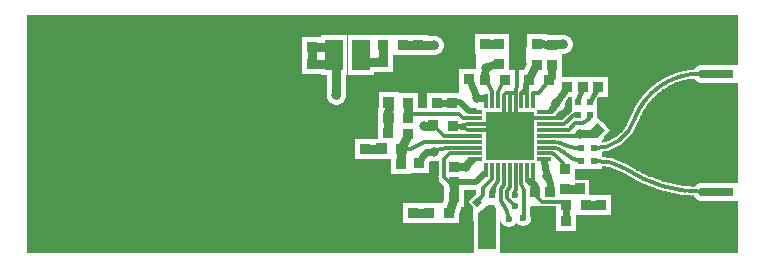
<source format=gbr>
%FSLAX34Y34*%
%MOMM*%
%LNCOPPER_TOP*%
G71*
G01*
%ADD10R,1.100X1.100*%
%ADD11R,1.200X1.200*%
%ADD12R,1.400X1.400*%
%ADD13R,1.700X1.700*%
%ADD14C,1.100*%
%ADD15C,1.300*%
%ADD16R,2.300X3.400*%
%ADD17C,0.700*%
%ADD18C,1.600*%
%ADD19C,1.400*%
%ADD20C,1.400*%
%ADD21C,1.500*%
%ADD22R,2.300X3.800*%
%ADD23C,1.200*%
%ADD24R,2.000X1.100*%
%ADD25R,2.050X1.100*%
%ADD26R,1.100X2.000*%
%ADD27R,1.100X2.050*%
%ADD28R,4.900X4.900*%
%ADD29C,0.800*%
%ADD30C,1.600*%
%ADD31C,0.720*%
%ADD32C,1.120*%
%ADD33C,0.900*%
%ADD34C,0.300*%
%ADD35C,0.100*%
%ADD36R,0.600X0.600*%
%ADD37R,0.900X0.900*%
%ADD38C,0.500*%
%ADD39R,1.500X2.600*%
%ADD40C,0.600*%
%ADD41C,0.800*%
%ADD42C,0.600*%
%ADD43R,1.500X3.000*%
%ADD44C,0.400*%
%ADD45R,1.200X0.300*%
%ADD46R,1.250X0.300*%
%ADD47R,0.300X1.200*%
%ADD48R,0.300X1.250*%
%ADD49R,4.100X4.100*%
%ADD50C,0.320*%
%LPD*%
G36*
X0Y1000000D02*
X602000Y1000000D01*
X602000Y798000D01*
X0Y798000D01*
X0Y1000000D01*
G37*
%LPC*%
X466635Y926219D02*
G54D10*
D03*
X466634Y915119D02*
G54D10*
D03*
X476730Y926229D02*
G54D11*
D03*
X476730Y915129D02*
G54D11*
D03*
X480500Y876000D02*
G54D12*
D03*
X469400Y876000D02*
G54D12*
D03*
X480500Y887000D02*
G54D12*
D03*
X469400Y887000D02*
G54D12*
D03*
G36*
X461200Y860100D02*
X476200Y860100D01*
X476200Y845100D01*
X461200Y845100D01*
X461200Y860100D01*
G37*
X431880Y975104D02*
G54D13*
D03*
X486581Y838604D02*
G54D13*
D03*
G36*
X297680Y920904D02*
X314680Y920904D01*
X314680Y903904D01*
X297680Y903904D01*
X297680Y920904D01*
G37*
X322880Y912304D02*
G54D13*
D03*
X306079Y899404D02*
G54D13*
D03*
X322780Y899304D02*
G54D13*
D03*
X322980Y925604D02*
G54D13*
D03*
G36*
X297980Y934204D02*
X314980Y934204D01*
X314980Y917204D01*
X297980Y917204D01*
X297980Y934204D01*
G37*
G36*
X292080Y894904D02*
X309080Y894905D01*
X309080Y877905D01*
X292080Y877904D01*
X292080Y894904D01*
G37*
G36*
X308780Y894804D02*
X325780Y894805D01*
X325780Y877805D01*
X308780Y877804D01*
X308780Y894804D01*
G37*
X286580Y886405D02*
G54D13*
D03*
X317280Y873305D02*
G54D13*
D03*
X327226Y832457D02*
G54D13*
D03*
G36*
X373962Y841539D02*
X381034Y848609D01*
X388104Y841536D01*
X381032Y834466D01*
X373962Y841539D01*
G37*
X394180Y835858D02*
G54D12*
D03*
X394180Y846958D02*
G54D12*
D03*
X241700Y972500D02*
G54D13*
D03*
G54D14*
X437980Y907504D02*
X448000Y907500D01*
G54D14*
X437980Y902504D02*
X448000Y902500D01*
G54D14*
X437980Y912504D02*
X424000Y912500D01*
G54D14*
X379980Y907504D02*
X394000Y907500D01*
G54D14*
X379980Y902504D02*
X394000Y902500D01*
G54D14*
X437980Y892504D02*
X444000Y892500D01*
G54D14*
X437980Y897504D02*
X466143Y897475D01*
X470300Y898900D01*
X468500Y899300D01*
X483723Y902207D01*
G36*
X473117Y902210D02*
X483726Y912814D01*
X494330Y902204D01*
X483721Y891601D01*
X473117Y902210D01*
G37*
G54D14*
X413980Y873004D02*
X413980Y855980D01*
X413982Y852004D01*
X413900Y849700D01*
G54D14*
X379980Y887504D02*
X356504Y887504D01*
X350386Y886275D01*
X344830Y883298D01*
G54D14*
X379980Y902504D02*
X373500Y902500D01*
G54D14*
X379980Y907504D02*
X373500Y907500D01*
G54D14*
X373500Y907500D02*
X370615Y906269D01*
X363730Y904853D01*
G54D14*
X373500Y902500D02*
X370622Y903595D01*
X363730Y904853D01*
G54D15*
X379980Y918504D02*
X374496Y918504D01*
X366747Y925684D01*
X360380Y925604D01*
X260000Y965500D02*
G54D16*
D03*
X283000Y965500D02*
G54D16*
D03*
X302000Y974000D02*
G54D13*
D03*
X318700Y973900D02*
G54D13*
D03*
G54D17*
X448000Y907500D02*
X455016Y907500D01*
X464634Y916119D01*
X468500Y899300D02*
G54D18*
D03*
X454300Y974800D02*
G54D18*
D03*
X408100Y827300D02*
G54D19*
D03*
X413900Y847700D02*
G54D19*
D03*
X413800Y837900D02*
G54D19*
D03*
X420000Y827600D02*
G54D19*
D03*
X387780Y975004D02*
G54D13*
D03*
X344830Y883298D02*
G54D18*
D03*
G54D20*
X331926Y874507D02*
X334452Y879272D01*
X337974Y883313D01*
X344830Y883298D01*
G54D14*
X469400Y888000D02*
X466500Y887000D01*
G54D14*
G75*
G01X455929Y889599D02*
G03X466634Y887019I10705J20920D01*
G01*
G54D14*
G75*
G01X456070Y889540D02*
G03X444464Y892498I-11441J-20641D01*
G01*
G54D14*
X437980Y887504D02*
X444000Y887500D01*
G54D14*
G75*
G01X455059Y883358D02*
G03X443924Y887499I-10933J-12358D01*
G01*
G54D14*
G75*
G01X455311Y883072D02*
G03X469585Y875815I18823J19357D01*
G01*
G54D21*
X572000Y950000D02*
X595000Y950000D01*
G36*
X595000Y942500D02*
X595000Y957500D01*
X602500Y957500D01*
X602500Y942500D01*
X595000Y942500D01*
G37*
X440600Y863200D02*
G54D18*
D03*
G54D14*
X423980Y868504D02*
X423980Y859520D01*
X426500Y857000D01*
G54D14*
X428980Y868504D02*
X428980Y859480D01*
X426500Y857000D01*
X390000Y816000D02*
G54D22*
D03*
X371975Y871329D02*
G54D18*
D03*
G54D14*
X370600Y872525D02*
X375904Y877504D01*
X379980Y877504D01*
G54D23*
X378021Y877000D02*
X371975Y871329D01*
X389000Y954900D02*
G54D18*
D03*
X347380Y925604D02*
G54D13*
D03*
X336200Y906000D02*
G54D18*
D03*
G54D20*
X361430Y925603D02*
X347380Y925604D01*
X345300Y974000D02*
G54D18*
D03*
X262256Y931891D02*
G54D18*
D03*
X360380Y925604D02*
G54D13*
D03*
G54D14*
X408980Y926504D02*
X408980Y915520D01*
X409500Y915000D01*
G54D14*
X413980Y926504D02*
X413980Y916480D01*
X413500Y916000D01*
X379730Y917504D02*
G54D24*
D03*
X438230Y917504D02*
G54D24*
D03*
X379980Y912504D02*
G54D25*
D03*
X437980Y912504D02*
G54D25*
D03*
X379980Y907504D02*
G54D25*
D03*
X437980Y907504D02*
G54D25*
D03*
X379980Y902504D02*
G54D25*
D03*
X437980Y902504D02*
G54D25*
D03*
X379980Y897504D02*
G54D25*
D03*
X437980Y897504D02*
G54D25*
D03*
X379980Y892504D02*
G54D25*
D03*
X437980Y892504D02*
G54D25*
D03*
X379980Y887504D02*
G54D25*
D03*
X437980Y887504D02*
G54D25*
D03*
X379980Y882504D02*
G54D25*
D03*
X437980Y882504D02*
G54D25*
D03*
X379730Y877504D02*
G54D24*
D03*
X438230Y877504D02*
G54D24*
D03*
X388980Y926754D02*
G54D26*
D03*
X388980Y868254D02*
G54D26*
D03*
X393980Y926504D02*
G54D27*
D03*
X393980Y868504D02*
G54D27*
D03*
X398980Y926504D02*
G54D27*
D03*
X398980Y868504D02*
G54D27*
D03*
X403980Y926504D02*
G54D27*
D03*
X403980Y868504D02*
G54D27*
D03*
X408980Y926504D02*
G54D27*
D03*
X408980Y868504D02*
G54D27*
D03*
X413980Y926504D02*
G54D27*
D03*
X413980Y868504D02*
G54D27*
D03*
X418980Y926504D02*
G54D27*
D03*
X418980Y868504D02*
G54D27*
D03*
X423980Y926504D02*
G54D27*
D03*
X423980Y868504D02*
G54D27*
D03*
X428980Y926754D02*
G54D26*
D03*
X428980Y868254D02*
G54D26*
D03*
X408980Y897504D02*
G54D28*
D03*
X425380Y944604D02*
G54D13*
D03*
X442080Y944504D02*
G54D13*
D03*
X431880Y957404D02*
G54D13*
D03*
X444700Y957700D02*
G54D13*
D03*
X444800Y974400D02*
G54D13*
D03*
X388380Y944704D02*
G54D13*
D03*
X405080Y944604D02*
G54D13*
D03*
X399980Y975004D02*
G54D13*
D03*
X399880Y958304D02*
G54D13*
D03*
X344480Y906204D02*
G54D13*
D03*
X361180Y906104D02*
G54D13*
D03*
G54D14*
X423980Y926504D02*
X423980Y943203D01*
X425380Y944604D01*
G54D14*
X428980Y926504D02*
X428980Y934000D01*
X433500Y934000D01*
X442080Y944504D01*
G54D14*
X418980Y926504D02*
X418980Y934000D01*
X423500Y934000D01*
G54D14*
X398980Y926504D02*
X398980Y934480D01*
X404104Y944604D01*
X405080Y944604D01*
G54D14*
X393980Y926504D02*
X393994Y935470D01*
X388980Y944704D01*
X388380Y944704D01*
G54D21*
X431880Y975104D02*
X444800Y974400D01*
G54D21*
X442080Y944504D02*
X444700Y947124D01*
X444700Y957700D01*
G54D21*
X425380Y944604D02*
X430880Y955104D01*
X431880Y957404D01*
G54D14*
X418980Y934000D02*
X422383Y937403D01*
X422383Y941185D01*
G54D14*
X408980Y926504D02*
X408980Y934000D01*
X413500Y934000D01*
G54D21*
X388380Y944704D02*
X388380Y947804D01*
X388900Y954900D01*
X374780Y945104D02*
G54D13*
D03*
G54D21*
X388900Y954900D02*
X395500Y957000D01*
X399880Y958304D01*
X381400Y929600D02*
G54D18*
D03*
G54D20*
X381400Y929600D02*
X374780Y945104D01*
G54D20*
X381400Y929600D02*
X387188Y929657D01*
X387500Y929492D01*
X471290Y938525D02*
G54D13*
D03*
X483790Y938525D02*
G54D13*
D03*
X448400Y925300D02*
G54D18*
D03*
X457690Y938525D02*
G54D13*
D03*
G54D29*
X467112Y928266D02*
X471290Y938525D01*
G54D29*
X476730Y926229D02*
X483790Y938525D01*
G54D23*
X457690Y938525D02*
X448400Y925300D01*
G54D23*
X448400Y925300D02*
X444098Y919000D01*
G54D21*
X468500Y899300D02*
X482184Y899281D01*
X482485Y900160D01*
X483723Y902207D01*
G54D15*
X468500Y899300D02*
X482485Y900160D01*
G54D14*
X437980Y902504D02*
X459004Y902504D01*
X464500Y908000D01*
X471500Y908000D01*
X476500Y912000D01*
X476730Y915129D01*
G54D30*
X454300Y974800D02*
X445200Y974800D01*
X444800Y974400D01*
X455700Y852700D02*
G54D13*
D03*
X455800Y869400D02*
G54D13*
D03*
X473400Y838600D02*
G54D13*
D03*
X456700Y838700D02*
G54D13*
D03*
X430480Y849904D02*
G54D13*
D03*
G54D14*
X437980Y882504D02*
X444996Y882504D01*
X447362Y881331D01*
X454500Y874000D01*
X443180Y849904D02*
G54D13*
D03*
G54D20*
X440600Y863200D02*
X443180Y857620D01*
X443180Y849904D01*
G54D17*
X430480Y850304D02*
X430480Y847420D01*
X436500Y841400D01*
X453400Y841400D01*
X456700Y839100D01*
G54D30*
X473400Y838600D02*
X486581Y838604D01*
G54D23*
X455700Y852700D02*
X468700Y852600D01*
X455700Y852700D01*
G54D20*
X440600Y863200D02*
X440191Y865609D01*
X438191Y875964D01*
G54D20*
X430480Y849904D02*
X430480Y855020D01*
X427500Y858000D01*
G54D14*
X403980Y926504D02*
X403980Y914480D01*
X403500Y914000D01*
G54D30*
X387780Y975004D02*
X399980Y975004D01*
G54D21*
X572000Y850000D02*
X595000Y850000D01*
G36*
X595000Y842500D02*
X595000Y857500D01*
X602500Y857500D01*
X602500Y842500D01*
X595000Y842500D01*
G37*
G54D31*
G75*
G01X570000Y950000D02*
G03X514665Y911469I0J-59000D01*
G01*
G54D31*
G75*
G01X480219Y886772D02*
G03X514715Y911651I620J35495D01*
G01*
G54D31*
G75*
G01X506700Y869715D02*
G03X572618Y850002I65300J98285D01*
G01*
G54D31*
G75*
G01X506578Y869800D02*
G03X481613Y876186I-23298J-39083D01*
G01*
G54D32*
X425000Y860000D02*
X428000Y860000D01*
G54D14*
X420000Y827600D02*
X421404Y829004D01*
X421404Y851841D01*
X419017Y856556D01*
X418980Y856593D01*
X418980Y868504D01*
G54D14*
X413800Y837900D02*
X411673Y839768D01*
X406390Y844596D01*
X406390Y850332D01*
X409000Y854000D01*
X408980Y866504D01*
G54D14*
X403980Y866504D02*
X404000Y857000D01*
X404000Y855834D01*
X401344Y852191D01*
X401343Y841929D01*
X405960Y835703D01*
X408100Y827300D01*
G54D14*
X394180Y846958D02*
X394180Y851180D01*
X399000Y859000D01*
X399000Y866484D01*
X398980Y866504D01*
G54D20*
X394180Y835858D02*
X394180Y828180D01*
X394000Y828000D01*
G36*
X384003Y830970D02*
X391243Y837363D01*
X395000Y837000D01*
X395998Y830984D01*
X385000Y830000D01*
X384003Y830970D01*
G37*
G54D14*
X384003Y830970D02*
X391243Y837363D01*
X395000Y837000D01*
X395998Y830984D01*
X385000Y830000D01*
X384003Y830970D01*
G36*
X391691Y849944D02*
X395328Y854951D01*
X396689Y855259D01*
X396681Y849949D01*
X391691Y849944D01*
G37*
G54D33*
X391691Y849944D02*
X395328Y854951D01*
X396689Y855259D01*
X396681Y849949D01*
X391691Y849944D01*
G54D14*
X393980Y868304D02*
X393980Y860780D01*
X388000Y854800D01*
G54D33*
X381033Y841338D02*
X386719Y847024D01*
X386719Y853215D01*
X388000Y854800D01*
X361780Y871154D02*
G54D13*
D03*
X361780Y858404D02*
G54D13*
D03*
X361780Y845654D02*
G54D13*
D03*
G54D21*
X371975Y871329D02*
X361780Y871154D01*
G54D33*
X353500Y862500D02*
X353500Y875500D01*
G54D33*
X353500Y875500D02*
X353500Y877750D01*
X358254Y882504D01*
X379980Y882504D01*
G54D14*
X353500Y862500D02*
X357596Y858404D01*
X361780Y858404D01*
G54D30*
X361780Y858404D02*
X361780Y845654D01*
G54D15*
X361780Y858404D02*
X380154Y858404D01*
X387000Y865250D01*
X388000Y866250D01*
G54D33*
X386512Y867583D02*
X387929Y869000D01*
X388000Y869000D01*
X357400Y832350D02*
G54D13*
D03*
X340700Y832450D02*
G54D13*
D03*
G54D30*
X327226Y832457D02*
X327233Y832450D01*
X340700Y832450D01*
G54D30*
X357400Y832350D02*
X361780Y845654D01*
X331926Y874507D02*
G54D13*
D03*
G54D14*
X379980Y897504D02*
X353180Y897504D01*
X344480Y906204D01*
G54D14*
X379980Y892504D02*
X336375Y892505D01*
X325814Y886346D01*
X317280Y886304D01*
G54D30*
X336200Y906000D02*
X344277Y906000D01*
X344480Y906204D01*
G54D14*
X379980Y912504D02*
X369672Y912504D01*
X365844Y916263D01*
X352002Y916263D01*
G54D14*
X352002Y916263D02*
X323263Y916263D01*
X323000Y916000D01*
G54D30*
X317280Y886304D02*
X322780Y899304D01*
G54D30*
X317280Y873305D02*
X317280Y886304D01*
G54D30*
X306180Y912404D02*
X306079Y899404D01*
G54D30*
X306180Y912404D02*
X306480Y925704D01*
G54D30*
X322980Y925604D02*
X322880Y912304D01*
G54D30*
X300580Y886405D02*
X286580Y886405D01*
G36*
X314000Y906000D02*
X358946Y906000D01*
X358946Y877386D01*
X314000Y877386D01*
X314000Y906000D01*
G37*
G54D34*
X314000Y906000D02*
X358946Y906000D01*
X358946Y877386D01*
X314000Y877386D01*
X314000Y906000D01*
G36*
X367000Y885000D02*
X386000Y885000D01*
X386000Y861000D01*
X367000Y861000D01*
X367000Y885000D01*
G37*
G54D34*
X367000Y885000D02*
X386000Y885000D01*
X386000Y861000D01*
X367000Y861000D01*
X367000Y885000D01*
G36*
X385000Y915000D02*
X367775Y915000D01*
X367775Y940673D01*
X385000Y940673D01*
X385000Y915000D01*
G37*
G54D34*
X385000Y915000D02*
X367775Y915000D01*
X367775Y940673D01*
X385000Y940673D01*
X385000Y915000D01*
G36*
X440000Y960000D02*
X424883Y960000D01*
X424883Y971533D01*
X440000Y971533D01*
X440000Y960000D01*
G37*
G54D34*
X440000Y960000D02*
X424883Y960000D01*
X424883Y971533D01*
X440000Y971533D01*
X440000Y960000D01*
G36*
X425380Y944604D02*
X451000Y944604D01*
X451000Y920000D01*
X425380Y920000D01*
X425380Y944604D01*
G37*
G54D34*
X425380Y944604D02*
X451000Y944604D01*
X451000Y920000D01*
X425380Y920000D01*
X425380Y944604D01*
G36*
X423579Y847868D02*
X449044Y847868D01*
X449044Y839258D01*
X423579Y839258D01*
X423579Y847868D01*
G37*
G54D34*
X423579Y847868D02*
X449044Y847868D01*
X449044Y839258D01*
X423579Y839258D01*
X423579Y847868D01*
G36*
X390060Y826243D02*
X380006Y826243D01*
X380006Y838430D01*
X390060Y838430D01*
X390060Y826243D01*
G37*
G54D34*
X390060Y826243D02*
X380006Y826243D01*
X380006Y838430D01*
X390060Y838430D01*
X390060Y826243D01*
G36*
X386719Y847024D02*
X382339Y847024D01*
X382339Y853708D01*
X386719Y853708D01*
X386719Y847024D01*
G37*
G54D34*
X386719Y847024D02*
X382339Y847024D01*
X382339Y853708D01*
X386719Y853708D01*
X386719Y847024D01*
X241700Y958500D02*
G54D13*
D03*
X301400Y960000D02*
G54D13*
D03*
X331700Y973900D02*
G54D13*
D03*
G54D30*
X262256Y931891D02*
X262256Y963244D01*
X260000Y965500D01*
G54D30*
X241700Y972500D02*
X241700Y958500D01*
X260500Y958500D01*
X261000Y958000D01*
G54D30*
X241700Y972500D02*
X258500Y972500D01*
X259000Y972000D01*
G54D30*
X283000Y960000D02*
X301400Y960000D01*
X301400Y973400D01*
X302000Y974000D01*
G54D30*
X318700Y973900D02*
X333700Y973900D01*
G54D30*
X345300Y974000D02*
X333800Y974000D01*
X333700Y973900D01*
G36*
X388380Y947804D02*
X393000Y947804D01*
X393000Y953000D01*
X388380Y953000D01*
X388380Y947804D01*
G37*
G54D35*
X388380Y947804D02*
X393000Y947804D01*
X393000Y953000D01*
X388380Y953000D01*
X388380Y947804D01*
G36*
X401000Y940000D02*
X380567Y940000D01*
X380567Y973310D01*
X401000Y973310D01*
X401000Y940000D01*
G37*
G54D35*
X401000Y940000D02*
X380567Y940000D01*
X380567Y973310D01*
X401000Y973310D01*
X401000Y940000D01*
G36*
X438230Y877504D02*
X453000Y877504D01*
X453000Y858000D01*
X438230Y858000D01*
X438230Y877504D01*
G37*
G54D35*
X438230Y877504D02*
X453000Y877504D01*
X453000Y858000D01*
X438230Y858000D01*
X438230Y877504D01*
G36*
X473000Y913000D02*
X461660Y913000D01*
X461660Y927867D01*
X473000Y927867D01*
X473000Y913000D01*
G37*
G54D35*
X473000Y913000D02*
X461660Y913000D01*
X461660Y927867D01*
X473000Y927867D01*
X473000Y913000D01*
G36*
X480637Y915202D02*
X484738Y911102D01*
X480162Y906525D01*
X476061Y910626D01*
X480637Y915202D01*
G37*
G54D35*
X480637Y915202D02*
X484738Y911102D01*
X480162Y906525D01*
X476061Y910626D01*
X480637Y915202D01*
G36*
X441000Y953000D02*
X452676Y953000D01*
X452676Y940482D01*
X441000Y940482D01*
X441000Y953000D01*
G37*
G54D35*
X441000Y953000D02*
X452676Y953000D01*
X452676Y940482D01*
X441000Y940482D01*
X441000Y953000D01*
G54D14*
X408980Y934000D02*
X406000Y934000D01*
X404000Y932000D01*
X456581Y825604D02*
G54D13*
D03*
G54D20*
X456581Y825604D02*
X456581Y838580D01*
X456700Y838700D01*
%LPD*%
X466635Y926219D02*
G54D36*
D03*
X466634Y915119D02*
G54D36*
D03*
X476730Y926229D02*
G54D36*
D03*
X476730Y915129D02*
G54D36*
D03*
X480500Y876000D02*
G54D36*
D03*
X469400Y876000D02*
G54D36*
D03*
X480500Y887000D02*
G54D36*
D03*
X469400Y887000D02*
G54D36*
D03*
G36*
X464200Y857100D02*
X473200Y857100D01*
X473200Y848100D01*
X464200Y848100D01*
X464200Y857100D01*
G37*
X485400Y852500D02*
G54D37*
D03*
X415180Y975204D02*
G54D37*
D03*
X431880Y975104D02*
G54D37*
D03*
X486581Y838604D02*
G54D37*
D03*
X503281Y838503D02*
G54D37*
D03*
G36*
X301680Y916904D02*
X310680Y916904D01*
X310680Y907904D01*
X301680Y907904D01*
X301680Y916904D01*
G37*
X322880Y912304D02*
G54D37*
D03*
X306079Y899404D02*
G54D37*
D03*
X322780Y899304D02*
G54D37*
D03*
X323080Y942304D02*
G54D37*
D03*
X322980Y925604D02*
G54D37*
D03*
G36*
X285280Y930304D02*
X294280Y930304D01*
X294280Y921304D01*
X285280Y921304D01*
X285280Y930304D01*
G37*
G36*
X301980Y930204D02*
X310980Y930204D01*
X310980Y921204D01*
X301980Y921204D01*
X301980Y930204D01*
G37*
G36*
X296080Y890904D02*
X305080Y890905D01*
X305080Y881905D01*
X296080Y881904D01*
X296080Y890904D01*
G37*
G36*
X312780Y890804D02*
X321780Y890805D01*
X321780Y881805D01*
X312780Y881804D01*
X312780Y890804D01*
G37*
G36*
X265379Y891004D02*
X274379Y891005D01*
X274380Y882005D01*
X265380Y882004D01*
X265379Y891004D01*
G37*
X286580Y886405D02*
G54D37*
D03*
G36*
X296080Y877904D02*
X305080Y877905D01*
X305080Y868905D01*
X296080Y868904D01*
X296080Y877904D01*
G37*
X317280Y873305D02*
G54D37*
D03*
X327226Y832457D02*
G54D37*
D03*
X310526Y832557D02*
G54D37*
D03*
G36*
X368942Y833689D02*
X373185Y837931D01*
X377427Y833688D01*
X373183Y829446D01*
X368942Y833689D01*
G37*
G36*
X376790Y841538D02*
X381034Y845780D01*
X385276Y841537D01*
X381032Y837295D01*
X376790Y841538D01*
G37*
X394180Y835858D02*
G54D36*
D03*
X394180Y846958D02*
G54D36*
D03*
G36*
X220500Y977100D02*
X229500Y977100D01*
X229500Y968100D01*
X220500Y968100D01*
X220500Y977100D01*
G37*
X241700Y972500D02*
G54D37*
D03*
G54D34*
X437980Y907504D02*
X448000Y907500D01*
G54D34*
X437980Y902504D02*
X448000Y902500D01*
G54D34*
X437980Y912504D02*
X424000Y912500D01*
G54D34*
X379980Y907504D02*
X394000Y907500D01*
G54D34*
X379980Y902504D02*
X394000Y902500D01*
G54D34*
X437980Y892504D02*
X444000Y892500D01*
G54D34*
X437980Y897504D02*
X466143Y897475D01*
X470300Y898900D01*
X468500Y899300D01*
X483723Y902207D01*
G36*
X477359Y902209D02*
X483725Y908571D01*
X490087Y902206D01*
X483722Y895843D01*
X477359Y902209D01*
G37*
G36*
X489239Y913945D02*
X495603Y920309D01*
X501967Y913945D01*
X495603Y907581D01*
X489239Y913945D01*
G37*
G54D34*
X437980Y912504D02*
X447000Y912500D01*
G54D34*
X413980Y873004D02*
X413980Y855980D01*
X413982Y852004D01*
X413900Y849700D01*
G54D34*
X379980Y887504D02*
X356504Y887504D01*
X350386Y886275D01*
X344830Y883298D01*
G54D34*
X379980Y902504D02*
X373500Y902500D01*
G54D34*
X379980Y907504D02*
X373500Y907500D01*
G54D34*
X373500Y907500D02*
X370615Y906269D01*
X363730Y904853D01*
G54D34*
X373500Y902500D02*
X370622Y903595D01*
X363730Y904853D01*
G54D38*
X379980Y918504D02*
X374496Y918504D01*
X366747Y925684D01*
X360380Y925604D01*
X260000Y965500D02*
G54D39*
D03*
X283000Y965500D02*
G54D39*
D03*
X302000Y974000D02*
G54D37*
D03*
X318700Y973900D02*
G54D37*
D03*
X394019Y912595D02*
G54D40*
D03*
X400019Y912595D02*
G54D40*
D03*
X406019Y912595D02*
G54D40*
D03*
X412019Y912595D02*
G54D40*
D03*
X394019Y906595D02*
G54D40*
D03*
X400019Y906595D02*
G54D40*
D03*
X406019Y906595D02*
G54D40*
D03*
X412019Y906595D02*
G54D40*
D03*
X394019Y900595D02*
G54D40*
D03*
X400019Y900595D02*
G54D40*
D03*
X406019Y900595D02*
G54D40*
D03*
X412019Y900595D02*
G54D40*
D03*
X394019Y894595D02*
G54D40*
D03*
X400019Y894595D02*
G54D40*
D03*
X406019Y894595D02*
G54D40*
D03*
X412019Y894595D02*
G54D40*
D03*
X418019Y912595D02*
G54D40*
D03*
X424019Y912595D02*
G54D40*
D03*
X418019Y906595D02*
G54D40*
D03*
X424019Y906595D02*
G54D40*
D03*
X418019Y900595D02*
G54D40*
D03*
X424019Y900595D02*
G54D40*
D03*
X418019Y894595D02*
G54D40*
D03*
X424019Y894595D02*
G54D40*
D03*
X394019Y888595D02*
G54D40*
D03*
X400019Y888595D02*
G54D40*
D03*
X406019Y888595D02*
G54D40*
D03*
X412019Y888595D02*
G54D40*
D03*
X394019Y882595D02*
G54D40*
D03*
X400019Y882595D02*
G54D40*
D03*
X406019Y882595D02*
G54D40*
D03*
X412019Y882595D02*
G54D40*
D03*
X418019Y888595D02*
G54D40*
D03*
X424019Y888595D02*
G54D40*
D03*
X418019Y882595D02*
G54D40*
D03*
X424019Y882595D02*
G54D40*
D03*
X452364Y914113D02*
G54D40*
D03*
G54D34*
X447000Y912500D02*
X452751Y912500D01*
X452364Y914113D01*
G54D34*
X448000Y907500D02*
X455016Y907500D01*
X464634Y916119D01*
X485864Y915113D02*
G54D40*
D03*
X485864Y921113D02*
G54D40*
D03*
X485864Y927113D02*
G54D40*
D03*
X495357Y932076D02*
G54D40*
D03*
X495396Y938314D02*
G54D40*
D03*
X491774Y926878D02*
G54D40*
D03*
X468500Y899300D02*
G54D41*
D03*
X454300Y974800D02*
G54D41*
D03*
X408100Y827300D02*
G54D40*
D03*
X413900Y847700D02*
G54D40*
D03*
X413800Y837900D02*
G54D40*
D03*
X420000Y827600D02*
G54D40*
D03*
X371080Y975104D02*
G54D37*
D03*
X387780Y975004D02*
G54D37*
D03*
X344830Y883298D02*
G54D41*
D03*
G54D42*
X331926Y874507D02*
X334452Y879272D01*
X337974Y883313D01*
X344830Y883298D01*
G54D21*
X8000Y991900D02*
X593601Y992123D01*
G36*
X7997Y999400D02*
X8003Y984400D01*
X503Y984397D01*
X497Y999397D01*
X7997Y999400D01*
G37*
G36*
X593604Y984623D02*
X593598Y999623D01*
X601098Y999625D01*
X601104Y984625D01*
X593604Y984623D01*
G37*
G54D21*
X410002Y805897D02*
X593605Y805900D01*
G36*
X410002Y813397D02*
X410002Y798397D01*
X402502Y798397D01*
X402502Y813397D01*
X410002Y813397D01*
G37*
G36*
X593605Y798400D02*
X593605Y813400D01*
X601105Y813400D01*
X601105Y798400D01*
X593605Y798400D01*
G37*
G54D34*
X469400Y888000D02*
X466500Y887000D01*
G54D34*
G75*
G01X455929Y889599D02*
G03X466634Y887019I10705J20920D01*
G01*
G54D34*
G75*
G01X456070Y889540D02*
G03X444464Y892498I-11441J-20641D01*
G01*
G54D34*
X437980Y887504D02*
X444000Y887500D01*
G54D34*
G75*
G01X455059Y883358D02*
G03X443924Y887499I-10933J-12358D01*
G01*
G54D34*
G75*
G01X455311Y883072D02*
G03X469585Y875815I18823J19357D01*
G01*
G54D17*
X572000Y950000D02*
X595000Y950000D01*
G36*
X595000Y946500D02*
X595000Y953500D01*
X598500Y953500D01*
X598500Y946500D01*
X595000Y946500D01*
G37*
G54D21*
X593700Y969000D02*
X593700Y983000D01*
G36*
X586200Y969000D02*
X601200Y969000D01*
X601200Y961500D01*
X586200Y961500D01*
X586200Y969000D01*
G37*
G36*
X601200Y983000D02*
X586200Y983000D01*
X586200Y990500D01*
X601200Y990500D01*
X601200Y983000D01*
G37*
G54D21*
X593750Y869000D02*
X593750Y931000D01*
G36*
X586250Y869000D02*
X601250Y869000D01*
X601250Y861500D01*
X586250Y861500D01*
X586250Y869000D01*
G37*
G36*
X601250Y931000D02*
X586250Y931000D01*
X586250Y938500D01*
X601250Y938500D01*
X601250Y931000D01*
G37*
G54D21*
X593850Y817000D02*
X593850Y831000D01*
G36*
X586350Y817000D02*
X601350Y817000D01*
X601350Y809500D01*
X586350Y809500D01*
X586350Y817000D01*
G37*
G36*
X601350Y831000D02*
X586350Y831000D01*
X586350Y838500D01*
X601350Y838500D01*
X601350Y831000D01*
G37*
X493084Y881954D02*
G54D40*
D03*
X498814Y884192D02*
G54D40*
D03*
X504176Y887167D02*
G54D40*
D03*
X509079Y890862D02*
G54D40*
D03*
X513331Y895238D02*
G54D40*
D03*
X516906Y900134D02*
G54D40*
D03*
X519682Y905619D02*
G54D40*
D03*
X521925Y911318D02*
G54D40*
D03*
X524574Y916790D02*
G54D40*
D03*
X527901Y921917D02*
G54D40*
D03*
X531720Y926693D02*
G54D40*
D03*
X536093Y930911D02*
G54D40*
D03*
X540948Y934548D02*
G54D40*
D03*
X546146Y937618D02*
G54D40*
D03*
X551718Y940056D02*
G54D40*
D03*
X557516Y941841D02*
G54D40*
D03*
X563530Y942901D02*
G54D40*
D03*
X574514Y939183D02*
G54D40*
D03*
X580836Y939216D02*
G54D40*
D03*
X586961Y939348D02*
G54D40*
D03*
X593255Y939269D02*
G54D40*
D03*
X593322Y927339D02*
G54D40*
D03*
X573542Y960664D02*
G54D40*
D03*
X579631Y960656D02*
G54D40*
D03*
X585776Y960716D02*
G54D40*
D03*
X591966Y960751D02*
G54D40*
D03*
X595437Y965817D02*
G54D40*
D03*
X576584Y966053D02*
G54D40*
D03*
X582920Y966438D02*
G54D40*
D03*
X502401Y879253D02*
G54D40*
D03*
X513022Y873567D02*
G54D40*
D03*
X571905Y860641D02*
G54D40*
D03*
X577969Y860618D02*
G54D40*
D03*
X584001Y860624D02*
G54D40*
D03*
X590039Y860630D02*
G54D40*
D03*
X596080Y860618D02*
G54D40*
D03*
X594379Y866464D02*
G54D40*
D03*
X593873Y872464D02*
G54D40*
D03*
X593873Y879164D02*
G54D40*
D03*
X593873Y885264D02*
G54D40*
D03*
X593873Y892264D02*
G54D40*
D03*
X593873Y899264D02*
G54D40*
D03*
X593873Y906264D02*
G54D40*
D03*
X593873Y913264D02*
G54D40*
D03*
X593873Y920264D02*
G54D40*
D03*
X507867Y876704D02*
G54D40*
D03*
X576094Y866337D02*
G54D40*
D03*
X582104Y866352D02*
G54D40*
D03*
X588311Y866381D02*
G54D40*
D03*
X485640Y865805D02*
G54D40*
D03*
X491022Y868743D02*
G54D40*
D03*
X493272Y850445D02*
G54D40*
D03*
X570833Y839566D02*
G54D40*
D03*
X576854Y839341D02*
G54D40*
D03*
X582913Y839312D02*
G54D40*
D03*
X589016Y839337D02*
G54D40*
D03*
X595117Y839384D02*
G54D40*
D03*
X573597Y834213D02*
G54D40*
D03*
X579844Y834102D02*
G54D40*
D03*
X585989Y834006D02*
G54D40*
D03*
X592020Y834168D02*
G54D40*
D03*
X467610Y865896D02*
G54D40*
D03*
X479616Y865896D02*
G54D40*
D03*
X473587Y865871D02*
G54D40*
D03*
X579873Y921264D02*
G54D40*
D03*
X567873Y921264D02*
G54D40*
D03*
X554873Y921264D02*
G54D40*
D03*
X554873Y908264D02*
G54D40*
D03*
X567873Y908264D02*
G54D40*
D03*
X579873Y908264D02*
G54D40*
D03*
X554873Y895264D02*
G54D40*
D03*
X567873Y895264D02*
G54D40*
D03*
X579873Y895264D02*
G54D40*
D03*
X579873Y881264D02*
G54D40*
D03*
X567628Y881609D02*
G54D40*
D03*
X554873Y881264D02*
G54D40*
D03*
X540873Y881264D02*
G54D40*
D03*
X540873Y895264D02*
G54D40*
D03*
X541873Y908264D02*
G54D40*
D03*
X547873Y874264D02*
G54D40*
D03*
X561873Y873264D02*
G54D40*
D03*
X573873Y872264D02*
G54D40*
D03*
X584873Y872264D02*
G54D40*
D03*
X466373Y972264D02*
G54D40*
D03*
X499373Y965264D02*
G54D40*
D03*
X511373Y959264D02*
G54D40*
D03*
X525873Y968264D02*
G54D40*
D03*
X547873Y976264D02*
G54D40*
D03*
X570873Y977264D02*
G54D40*
D03*
X582438Y977273D02*
G54D40*
D03*
X521873Y980264D02*
G54D40*
D03*
X501873Y978264D02*
G54D40*
D03*
X467873Y979264D02*
G54D40*
D03*
X483873Y979264D02*
G54D40*
D03*
X474373Y979264D02*
G54D40*
D03*
X475087Y972058D02*
G54D40*
D03*
X492373Y972264D02*
G54D40*
D03*
X486690Y964926D02*
G54D40*
D03*
X513310Y969628D02*
G54D40*
D03*
X535873Y979264D02*
G54D40*
D03*
X440600Y863200D02*
G54D41*
D03*
G54D34*
X423980Y868504D02*
X423980Y859520D01*
X426500Y857000D01*
G54D34*
X428980Y868504D02*
X428980Y859480D01*
X426500Y857000D01*
X498995Y852679D02*
G54D40*
D03*
X512761Y836608D02*
G54D40*
D03*
X390000Y816000D02*
G54D43*
D03*
G54D21*
X7900Y806050D02*
X370005Y806050D01*
G36*
X7900Y813550D02*
X7900Y798550D01*
X400Y798550D01*
X400Y813550D01*
X7900Y813550D01*
G37*
G36*
X370005Y798550D02*
X370005Y813550D01*
X377505Y813550D01*
X377505Y798550D01*
X370005Y798550D01*
G37*
X368605Y806050D02*
G54D40*
D03*
X361046Y806502D02*
G54D40*
D03*
X371975Y871329D02*
G54D41*
D03*
G54D34*
X370600Y872525D02*
X375904Y877504D01*
X379980Y877504D01*
G54D44*
X378021Y877000D02*
X371975Y871329D01*
X404542Y817820D02*
G54D40*
D03*
X404619Y805042D02*
G54D40*
D03*
X416729Y806012D02*
G54D40*
D03*
X426729Y806512D02*
G54D40*
D03*
X436729Y806512D02*
G54D40*
D03*
X446729Y806512D02*
G54D40*
D03*
X456729Y806512D02*
G54D40*
D03*
X466729Y806512D02*
G54D40*
D03*
X476729Y806512D02*
G54D40*
D03*
X486729Y806512D02*
G54D40*
D03*
X496729Y806512D02*
G54D40*
D03*
X506729Y806512D02*
G54D40*
D03*
X516729Y806512D02*
G54D40*
D03*
X526729Y806512D02*
G54D40*
D03*
X536729Y806512D02*
G54D40*
D03*
X546729Y806512D02*
G54D40*
D03*
X556729Y806512D02*
G54D40*
D03*
X566729Y806512D02*
G54D40*
D03*
X576729Y806512D02*
G54D40*
D03*
X586729Y806512D02*
G54D40*
D03*
X593600Y827000D02*
G54D40*
D03*
X593600Y817000D02*
G54D40*
D03*
X593600Y807000D02*
G54D40*
D03*
X536729Y991512D02*
G54D40*
D03*
X546729Y991512D02*
G54D40*
D03*
X556729Y991512D02*
G54D40*
D03*
X566729Y991512D02*
G54D40*
D03*
X576729Y991512D02*
G54D40*
D03*
X586729Y991512D02*
G54D40*
D03*
X593601Y991622D02*
G54D40*
D03*
X593601Y981622D02*
G54D40*
D03*
X593601Y971623D02*
G54D40*
D03*
X476729Y991512D02*
G54D40*
D03*
X486729Y991512D02*
G54D40*
D03*
X496729Y991512D02*
G54D40*
D03*
X506729Y991512D02*
G54D40*
D03*
X516729Y991512D02*
G54D40*
D03*
X526729Y991512D02*
G54D40*
D03*
X416729Y991512D02*
G54D40*
D03*
X426729Y991512D02*
G54D40*
D03*
X436729Y991512D02*
G54D40*
D03*
X446729Y991512D02*
G54D40*
D03*
X456729Y991512D02*
G54D40*
D03*
X466729Y991512D02*
G54D40*
D03*
X356729Y991512D02*
G54D40*
D03*
X366729Y991512D02*
G54D40*
D03*
X376729Y991512D02*
G54D40*
D03*
X386729Y991512D02*
G54D40*
D03*
X396729Y991512D02*
G54D40*
D03*
X406729Y991512D02*
G54D40*
D03*
X296729Y991512D02*
G54D40*
D03*
X306729Y991512D02*
G54D40*
D03*
X316729Y991512D02*
G54D40*
D03*
X326729Y991512D02*
G54D40*
D03*
X336729Y991512D02*
G54D40*
D03*
X346729Y991512D02*
G54D40*
D03*
X236729Y991512D02*
G54D40*
D03*
X246729Y991512D02*
G54D40*
D03*
X256729Y991512D02*
G54D40*
D03*
X266729Y991512D02*
G54D40*
D03*
X276729Y991512D02*
G54D40*
D03*
X286729Y991512D02*
G54D40*
D03*
X176729Y991512D02*
G54D40*
D03*
X186729Y991512D02*
G54D40*
D03*
X196729Y991512D02*
G54D40*
D03*
X206729Y991512D02*
G54D40*
D03*
X216729Y991512D02*
G54D40*
D03*
X226729Y991512D02*
G54D40*
D03*
X301729Y806512D02*
G54D40*
D03*
X311729Y806512D02*
G54D40*
D03*
X321729Y806512D02*
G54D40*
D03*
X331729Y806512D02*
G54D40*
D03*
X341729Y806512D02*
G54D40*
D03*
X351729Y806512D02*
G54D40*
D03*
X241729Y806512D02*
G54D40*
D03*
X251729Y806512D02*
G54D40*
D03*
X261729Y806512D02*
G54D40*
D03*
X271729Y806512D02*
G54D40*
D03*
X281729Y806512D02*
G54D40*
D03*
X291729Y806512D02*
G54D40*
D03*
X181729Y806512D02*
G54D40*
D03*
X191729Y806512D02*
G54D40*
D03*
X201729Y806512D02*
G54D40*
D03*
X211729Y806512D02*
G54D40*
D03*
X221729Y806512D02*
G54D40*
D03*
X231729Y806512D02*
G54D40*
D03*
X389000Y954900D02*
G54D41*
D03*
X347480Y942304D02*
G54D37*
D03*
X347380Y925604D02*
G54D37*
D03*
X336200Y906000D02*
G54D41*
D03*
G54D42*
X361430Y925603D02*
X347380Y925604D01*
X345300Y974000D02*
G54D41*
D03*
X241788Y941977D02*
G54D40*
D03*
X241788Y918877D02*
G54D40*
D03*
X241788Y895777D02*
G54D40*
D03*
X241823Y874578D02*
G54D40*
D03*
X241751Y853579D02*
G54D40*
D03*
X241752Y832079D02*
G54D40*
D03*
X241756Y843191D02*
G54D40*
D03*
X241756Y864091D02*
G54D40*
D03*
X241756Y884991D02*
G54D40*
D03*
X241756Y905891D02*
G54D40*
D03*
X241756Y931891D02*
G54D40*
D03*
X235288Y918877D02*
G54D40*
D03*
X229288Y918877D02*
G54D40*
D03*
X223288Y918877D02*
G54D40*
D03*
X248288Y918877D02*
G54D40*
D03*
X209438Y918877D02*
G54D40*
D03*
X216150Y918950D02*
G54D40*
D03*
X262256Y931891D02*
G54D41*
D03*
G54D21*
X8000Y991900D02*
X8000Y806050D01*
X7900Y806050D01*
X121729Y806512D02*
G54D40*
D03*
X131729Y806512D02*
G54D40*
D03*
X141729Y806512D02*
G54D40*
D03*
X151729Y806512D02*
G54D40*
D03*
X161729Y806512D02*
G54D40*
D03*
X171729Y806512D02*
G54D40*
D03*
X61729Y806512D02*
G54D40*
D03*
X71729Y806512D02*
G54D40*
D03*
X81729Y806512D02*
G54D40*
D03*
X91729Y806512D02*
G54D40*
D03*
X101729Y806512D02*
G54D40*
D03*
X111729Y806512D02*
G54D40*
D03*
X8229Y981512D02*
G54D40*
D03*
X8229Y971512D02*
G54D40*
D03*
X8229Y961512D02*
G54D40*
D03*
X8229Y951512D02*
G54D40*
D03*
X8229Y941512D02*
G54D40*
D03*
X8229Y931512D02*
G54D40*
D03*
X116729Y991512D02*
G54D40*
D03*
X126729Y991512D02*
G54D40*
D03*
X136729Y991512D02*
G54D40*
D03*
X146729Y991512D02*
G54D40*
D03*
X156729Y991512D02*
G54D40*
D03*
X166729Y991512D02*
G54D40*
D03*
X56729Y991512D02*
G54D40*
D03*
X66729Y991512D02*
G54D40*
D03*
X76729Y991512D02*
G54D40*
D03*
X86729Y991512D02*
G54D40*
D03*
X96729Y991512D02*
G54D40*
D03*
X106729Y991512D02*
G54D40*
D03*
X8229Y990012D02*
G54D40*
D03*
X16729Y991512D02*
G54D40*
D03*
X26729Y991512D02*
G54D40*
D03*
X36729Y991512D02*
G54D40*
D03*
X46729Y991512D02*
G54D40*
D03*
X11729Y806512D02*
G54D40*
D03*
X21729Y806512D02*
G54D40*
D03*
X31729Y806512D02*
G54D40*
D03*
X41729Y806512D02*
G54D40*
D03*
X51729Y806512D02*
G54D40*
D03*
X8229Y921512D02*
G54D40*
D03*
X8229Y911512D02*
G54D40*
D03*
X8229Y901512D02*
G54D40*
D03*
X8229Y891512D02*
G54D40*
D03*
X8229Y881512D02*
G54D40*
D03*
X8229Y871512D02*
G54D40*
D03*
X8229Y861512D02*
G54D40*
D03*
X8229Y851512D02*
G54D40*
D03*
X8229Y841512D02*
G54D40*
D03*
X8229Y831512D02*
G54D40*
D03*
X8229Y821512D02*
G54D40*
D03*
X8229Y813012D02*
G54D40*
D03*
X178288Y853150D02*
G54D40*
D03*
X187812Y853150D02*
G54D40*
D03*
X197338Y853150D02*
G54D40*
D03*
X203688Y827388D02*
G54D40*
D03*
X210038Y821038D02*
G54D40*
D03*
X216388Y816275D02*
G54D40*
D03*
X176700Y816275D02*
G54D40*
D03*
X187812Y816275D02*
G54D40*
D03*
X197338Y816275D02*
G54D40*
D03*
X205275Y816275D02*
G54D40*
D03*
X168762Y840088D02*
G54D40*
D03*
X168762Y856788D02*
G54D40*
D03*
X168762Y867075D02*
G54D40*
D03*
X168762Y878188D02*
G54D40*
D03*
X168762Y889300D02*
G54D40*
D03*
X168762Y897238D02*
G54D40*
D03*
X168762Y903588D02*
G54D40*
D03*
X165300Y918700D02*
G54D40*
D03*
X168762Y913112D02*
G54D40*
D03*
X168762Y924225D02*
G54D40*
D03*
X168762Y933750D02*
G54D40*
D03*
X168762Y944862D02*
G54D40*
D03*
X179875Y946500D02*
G54D40*
D03*
X189988Y946500D02*
G54D40*
D03*
X200512Y946500D02*
G54D40*
D03*
X206862Y971850D02*
G54D40*
D03*
X215212Y981200D02*
G54D40*
D03*
X202100Y979788D02*
G54D40*
D03*
X192575Y979788D02*
G54D40*
D03*
X181462Y979788D02*
G54D40*
D03*
X168762Y979788D02*
G54D40*
D03*
X22712Y978200D02*
G54D40*
D03*
X56050Y978200D02*
G54D40*
D03*
X89388Y978200D02*
G54D40*
D03*
X122725Y978200D02*
G54D40*
D03*
X149712Y978200D02*
G54D40*
D03*
X25888Y821038D02*
G54D40*
D03*
X56050Y821038D02*
G54D40*
D03*
X89388Y821038D02*
G54D40*
D03*
X122725Y821038D02*
G54D40*
D03*
X149712Y821038D02*
G54D40*
D03*
X38588Y949625D02*
G54D40*
D03*
X125900Y941688D02*
G54D40*
D03*
X81450Y914700D02*
G54D40*
D03*
X76688Y949625D02*
G54D40*
D03*
X138600Y871838D02*
G54D40*
D03*
X105262Y898825D02*
G54D40*
D03*
X119550Y843262D02*
G54D40*
D03*
X86212Y848025D02*
G54D40*
D03*
X37000Y900412D02*
G54D40*
D03*
X62400Y881362D02*
G54D40*
D03*
X44938Y846438D02*
G54D40*
D03*
X103675Y870250D02*
G54D40*
D03*
X30650Y873425D02*
G54D40*
D03*
X360480Y942304D02*
G54D37*
D03*
X360380Y925604D02*
G54D37*
D03*
G54D34*
X408980Y926504D02*
X408980Y915520D01*
X409500Y915000D01*
G54D34*
X413980Y926504D02*
X413980Y916480D01*
X413500Y916000D01*
X379730Y917504D02*
G54D45*
D03*
X438230Y917504D02*
G54D45*
D03*
X379980Y912504D02*
G54D46*
D03*
X437980Y912504D02*
G54D46*
D03*
X379980Y907504D02*
G54D46*
D03*
X437980Y907504D02*
G54D46*
D03*
X379980Y902504D02*
G54D46*
D03*
X437980Y902504D02*
G54D46*
D03*
X379980Y897504D02*
G54D46*
D03*
X437980Y897504D02*
G54D46*
D03*
X379980Y892504D02*
G54D46*
D03*
X437980Y892504D02*
G54D46*
D03*
X379980Y887504D02*
G54D46*
D03*
X437980Y887504D02*
G54D46*
D03*
X379980Y882504D02*
G54D46*
D03*
X437980Y882504D02*
G54D46*
D03*
X379730Y877504D02*
G54D45*
D03*
X438230Y877504D02*
G54D45*
D03*
X388980Y926754D02*
G54D47*
D03*
X388980Y868254D02*
G54D47*
D03*
X393980Y926504D02*
G54D48*
D03*
X393980Y868504D02*
G54D48*
D03*
X398980Y926504D02*
G54D48*
D03*
X398980Y868504D02*
G54D48*
D03*
X403980Y926504D02*
G54D48*
D03*
X403980Y868504D02*
G54D48*
D03*
X408980Y926504D02*
G54D48*
D03*
X408980Y868504D02*
G54D48*
D03*
X413980Y926504D02*
G54D48*
D03*
X413980Y868504D02*
G54D48*
D03*
X418980Y926504D02*
G54D48*
D03*
X418980Y868504D02*
G54D48*
D03*
X423980Y926504D02*
G54D48*
D03*
X423980Y868504D02*
G54D48*
D03*
X428980Y926754D02*
G54D47*
D03*
X428980Y868254D02*
G54D47*
D03*
X408980Y897504D02*
G54D49*
D03*
X425380Y944604D02*
G54D37*
D03*
X442080Y944504D02*
G54D37*
D03*
X415180Y957504D02*
G54D37*
D03*
X431880Y957404D02*
G54D37*
D03*
X444700Y957700D02*
G54D37*
D03*
X444800Y974400D02*
G54D37*
D03*
X388380Y944704D02*
G54D37*
D03*
X405080Y944604D02*
G54D37*
D03*
X399980Y975004D02*
G54D37*
D03*
X399880Y958304D02*
G54D37*
D03*
X344480Y906204D02*
G54D37*
D03*
X361180Y906104D02*
G54D37*
D03*
G54D34*
X423980Y926504D02*
X423980Y943203D01*
X425380Y944604D01*
G54D34*
X428980Y926504D02*
X428980Y934000D01*
X433500Y934000D01*
X442080Y944504D01*
G54D34*
X418980Y926504D02*
X418980Y934000D01*
X423500Y934000D01*
G54D34*
X398980Y926504D02*
X398980Y934480D01*
X404104Y944604D01*
X405080Y944604D01*
G54D34*
X393980Y926504D02*
X393994Y935470D01*
X388980Y944704D01*
X388380Y944704D01*
X419148Y966714D02*
G54D40*
D03*
X411897Y966714D02*
G54D40*
D03*
G54D17*
X431880Y975104D02*
X444800Y974400D01*
G54D17*
X442080Y944504D02*
X444700Y947124D01*
X444700Y957700D01*
G54D17*
X425380Y944604D02*
X430880Y955104D01*
X431880Y957404D01*
G54D34*
X418980Y934000D02*
X422383Y937403D01*
X422383Y941185D01*
G54D34*
X408980Y926504D02*
X408980Y934000D01*
X413500Y934000D01*
G54D17*
X388380Y944704D02*
X388380Y947804D01*
X388900Y954900D01*
X374880Y961804D02*
G54D37*
D03*
X374780Y945104D02*
G54D37*
D03*
G54D17*
X388900Y954900D02*
X395500Y957000D01*
X399880Y958304D01*
X381400Y929600D02*
G54D41*
D03*
G54D42*
X381400Y929600D02*
X374780Y945104D01*
G54D42*
X381400Y929600D02*
X387188Y929657D01*
X387500Y929492D01*
X471390Y955225D02*
G54D37*
D03*
X471290Y938525D02*
G54D37*
D03*
X483890Y955225D02*
G54D37*
D03*
X483790Y938525D02*
G54D37*
D03*
X448400Y925300D02*
G54D41*
D03*
X457790Y955225D02*
G54D37*
D03*
X457690Y938525D02*
G54D37*
D03*
G54D44*
X467112Y928266D02*
X471290Y938525D01*
G54D44*
X476730Y926229D02*
X483790Y938525D01*
G54D42*
X457690Y938525D02*
X448400Y925300D01*
G54D42*
X448400Y925300D02*
X444098Y919000D01*
X457972Y919283D02*
G54D40*
D03*
G54D17*
X468500Y899300D02*
X482184Y899281D01*
X482485Y900160D01*
X483723Y902207D01*
G54D38*
X468500Y899300D02*
X482485Y900160D01*
G54D34*
X437980Y902504D02*
X459004Y902504D01*
X464500Y908000D01*
X471500Y908000D01*
X476500Y912000D01*
X476730Y915129D01*
X480520Y964799D02*
G54D40*
D03*
X493373Y950264D02*
G54D40*
D03*
X493373Y956264D02*
G54D40*
D03*
X492373Y962264D02*
G54D40*
D03*
X474520Y964799D02*
G54D40*
D03*
X468520Y964799D02*
G54D40*
D03*
X462520Y964799D02*
G54D40*
D03*
X456520Y963799D02*
G54D40*
D03*
G54D29*
X454300Y974800D02*
X445200Y974800D01*
X444800Y974400D01*
G54D34*
X413980Y926504D02*
X413980Y936480D01*
X415207Y939500D01*
X415207Y953971D01*
X415500Y957184D01*
X415180Y957504D01*
X497577Y924380D02*
G54D40*
D03*
X495336Y944570D02*
G54D40*
D03*
X501903Y929244D02*
G54D40*
D03*
X455700Y852700D02*
G54D37*
D03*
X455800Y869400D02*
G54D37*
D03*
X473400Y838600D02*
G54D37*
D03*
X456700Y838700D02*
G54D37*
D03*
X430380Y833204D02*
G54D37*
D03*
X430480Y849904D02*
G54D37*
D03*
G54D34*
X437980Y882504D02*
X444996Y882504D01*
X447362Y881331D01*
X454500Y874000D01*
X443080Y833204D02*
G54D37*
D03*
X443180Y849904D02*
G54D37*
D03*
G54D42*
X440600Y863200D02*
X443180Y857620D01*
X443180Y849904D01*
G54D34*
X430480Y850304D02*
X430480Y847420D01*
X436500Y841400D01*
X453400Y841400D01*
X456700Y839100D01*
G54D29*
X473400Y838600D02*
X486581Y838604D01*
G54D29*
X455700Y852700D02*
X468700Y852600D01*
X455700Y852700D01*
G54D42*
X440600Y863200D02*
X440191Y865609D01*
X438191Y875964D01*
G54D42*
X430480Y849904D02*
X430480Y855020D01*
X427500Y858000D01*
G54D34*
X403980Y926504D02*
X403980Y914480D01*
X403500Y914000D01*
G54D29*
X387780Y975004D02*
X399980Y975004D01*
G54D17*
X572000Y850000D02*
X595000Y850000D01*
G36*
X595000Y846500D02*
X595000Y853500D01*
X598500Y853500D01*
X598500Y846500D01*
X595000Y846500D01*
G37*
G54D50*
G75*
G01X570000Y950000D02*
G03X514665Y911469I0J-59000D01*
G01*
G54D50*
G75*
G01X480219Y886772D02*
G03X514715Y911651I620J35495D01*
G01*
X492207Y895768D02*
G54D40*
D03*
X497461Y898745D02*
G54D40*
D03*
X502014Y902715D02*
G54D40*
D03*
X505658Y907566D02*
G54D40*
D03*
X508172Y913044D02*
G54D40*
D03*
G54D50*
G75*
G01X506700Y869715D02*
G03X572618Y850002I65300J98285D01*
G01*
G54D50*
G75*
G01X506578Y869800D02*
G03X481613Y876186I-23298J-39083D01*
G01*
G54D50*
X425000Y860000D02*
X428000Y860000D01*
G54D34*
X420000Y827600D02*
X421404Y829004D01*
X421404Y851841D01*
X419017Y856556D01*
X418980Y856593D01*
X418980Y868504D01*
G54D34*
X413800Y837900D02*
X411673Y839768D01*
X406390Y844596D01*
X406390Y850332D01*
X409000Y854000D01*
X408980Y866504D01*
G54D34*
X403980Y866504D02*
X404000Y857000D01*
X404000Y855834D01*
X401344Y852191D01*
X401343Y841929D01*
X405960Y835703D01*
X408100Y827300D01*
G54D34*
X394180Y846958D02*
X394180Y851180D01*
X399000Y859000D01*
X399000Y866484D01*
X398980Y866504D01*
G54D42*
X394180Y835858D02*
X394180Y828180D01*
X394000Y828000D01*
G36*
X384003Y830970D02*
X391243Y837363D01*
X395000Y837000D01*
X395998Y830984D01*
X385000Y830000D01*
X384003Y830970D01*
G37*
G54D34*
X384003Y830970D02*
X391243Y837363D01*
X395000Y837000D01*
X395998Y830984D01*
X385000Y830000D01*
X384003Y830970D01*
G36*
X391691Y849944D02*
X395328Y854951D01*
X396689Y855259D01*
X396681Y849949D01*
X391691Y849944D01*
G37*
G54D35*
X391691Y849944D02*
X395328Y854951D01*
X396689Y855259D01*
X396681Y849949D01*
X391691Y849944D01*
X410552Y817579D02*
G54D40*
D03*
X416608Y818148D02*
G54D40*
D03*
X422621Y817914D02*
G54D40*
D03*
X427700Y821190D02*
G54D40*
D03*
X404570Y811411D02*
G54D40*
D03*
X432808Y824460D02*
G54D40*
D03*
X438996Y824869D02*
G54D40*
D03*
X445067Y824781D02*
G54D40*
D03*
X410602Y811532D02*
G54D40*
D03*
X416580Y812130D02*
G54D40*
D03*
X410740Y805427D02*
G54D40*
D03*
X422694Y811803D02*
G54D40*
D03*
X431084Y811066D02*
G54D40*
D03*
X433508Y818360D02*
G54D40*
D03*
X439580Y818797D02*
G54D40*
D03*
X445239Y815649D02*
G54D40*
D03*
G54D34*
X393980Y868304D02*
X393980Y860780D01*
X388000Y854800D01*
G54D34*
X381033Y841338D02*
X386719Y847024D01*
X386719Y853215D01*
X388000Y854800D01*
X345080Y871254D02*
G54D37*
D03*
X361780Y871154D02*
G54D37*
D03*
X345080Y858504D02*
G54D37*
D03*
X361780Y858404D02*
G54D37*
D03*
X345080Y845754D02*
G54D37*
D03*
X361780Y845654D02*
G54D37*
D03*
G54D17*
X371975Y871329D02*
X361780Y871154D01*
G54D34*
X353500Y862500D02*
X353500Y875500D01*
G54D34*
X353500Y875500D02*
X353500Y877750D01*
X358254Y882504D01*
X379980Y882504D01*
G54D34*
X353500Y862500D02*
X357596Y858404D01*
X361780Y858404D01*
G54D29*
X361780Y858404D02*
X361780Y845654D01*
G54D38*
X361780Y858404D02*
X380154Y858404D01*
X387000Y865250D01*
X388000Y866250D01*
G54D35*
X386512Y867583D02*
X387929Y869000D01*
X388000Y869000D01*
X357400Y832350D02*
G54D37*
D03*
X340700Y832450D02*
G54D37*
D03*
G54D29*
X327226Y832457D02*
X327233Y832450D01*
X340700Y832450D01*
G54D29*
X357400Y832350D02*
X361780Y845654D01*
X331926Y874507D02*
G54D37*
D03*
X331826Y857807D02*
G54D37*
D03*
X332543Y844013D02*
G54D40*
D03*
X325425Y844062D02*
G54D40*
D03*
X318975Y844047D02*
G54D40*
D03*
X333924Y850121D02*
G54D40*
D03*
X325247Y850886D02*
G54D40*
D03*
X317689Y850856D02*
G54D40*
D03*
G54D34*
X379980Y897504D02*
X353180Y897504D01*
X344480Y906204D01*
G54D34*
X379980Y892504D02*
X336375Y892505D01*
X325814Y886346D01*
X317280Y886304D01*
G54D29*
X336200Y906000D02*
X344277Y906000D01*
X344480Y906204D01*
G54D34*
X379980Y912504D02*
X369672Y912504D01*
X365844Y916263D01*
X352002Y916263D01*
G54D34*
X352002Y916263D02*
X323263Y916263D01*
X323000Y916000D01*
G54D29*
X317280Y886304D02*
X322780Y899304D01*
G54D29*
X317280Y873305D02*
X317280Y886304D01*
G54D29*
X306180Y912404D02*
X306079Y899404D01*
G54D29*
X306180Y912404D02*
X306480Y925704D01*
G54D29*
X322980Y925604D02*
X322880Y912304D01*
G54D29*
X300580Y886405D02*
X286580Y886405D01*
X335097Y925105D02*
G54D40*
D03*
X335264Y931150D02*
G54D40*
D03*
X374149Y847806D02*
G54D40*
D03*
X375231Y825280D02*
G54D40*
D03*
X375231Y819280D02*
G54D40*
D03*
X375231Y813280D02*
G54D40*
D03*
X254288Y918877D02*
G54D40*
D03*
X260288Y918877D02*
G54D40*
D03*
X375231Y807280D02*
G54D40*
D03*
G36*
X220500Y963100D02*
X229500Y963100D01*
X229500Y954100D01*
X220500Y954100D01*
X220500Y963100D01*
G37*
X241700Y958500D02*
G54D37*
D03*
X301300Y943300D02*
G54D37*
D03*
X301400Y960000D02*
G54D37*
D03*
X331600Y957200D02*
G54D37*
D03*
X331700Y973900D02*
G54D37*
D03*
G54D29*
X262256Y931891D02*
X262256Y963244D01*
X260000Y965500D01*
G54D29*
X241700Y972500D02*
X241700Y958500D01*
X260500Y958500D01*
X261000Y958000D01*
G54D29*
X241700Y972500D02*
X258500Y972500D01*
X259000Y972000D01*
G54D29*
X283000Y960000D02*
X301400Y960000D01*
X301400Y973400D01*
X302000Y974000D01*
G54D29*
X318700Y973900D02*
X333700Y973900D01*
G54D29*
X345300Y974000D02*
X333800Y974000D01*
X333700Y973900D01*
X277907Y850904D02*
G54D40*
D03*
X285907Y850904D02*
G54D40*
D03*
X293907Y850904D02*
G54D40*
D03*
X301907Y850904D02*
G54D40*
D03*
X309907Y850904D02*
G54D40*
D03*
X284907Y843904D02*
G54D40*
D03*
X290907Y838904D02*
G54D40*
D03*
X296641Y836240D02*
G54D40*
D03*
X302972Y836176D02*
G54D40*
D03*
X308010Y840375D02*
G54D40*
D03*
X314138Y840356D02*
G54D40*
D03*
X297416Y843540D02*
G54D40*
D03*
X369384Y814861D02*
G54D40*
D03*
X363072Y814813D02*
G54D40*
D03*
X356660Y814663D02*
G54D40*
D03*
X350149Y814764D02*
G54D40*
D03*
X343787Y814762D02*
G54D40*
D03*
X336850Y811736D02*
G54D40*
D03*
X326567Y811736D02*
G54D40*
D03*
X316319Y811849D02*
G54D40*
D03*
X306710Y811829D02*
G54D40*
D03*
X296620Y811730D02*
G54D40*
D03*
X286431Y811332D02*
G54D40*
D03*
X280521Y812930D02*
G54D40*
D03*
X275987Y817380D02*
G54D40*
D03*
X271595Y821616D02*
G54D40*
D03*
X267351Y825962D02*
G54D40*
D03*
X263076Y830468D02*
G54D40*
D03*
X255821Y830016D02*
G54D40*
D03*
X248234Y830033D02*
G54D40*
D03*
X235271Y829845D02*
G54D40*
D03*
X228295Y829845D02*
G54D40*
D03*
X230168Y819380D02*
G54D40*
D03*
X251421Y819186D02*
G54D40*
D03*
X486907Y826904D02*
G54D40*
D03*
X492907Y826904D02*
G54D40*
D03*
X498410Y829622D02*
G54D40*
D03*
X504473Y830567D02*
G54D40*
D03*
X510636Y830467D02*
G54D40*
D03*
X479347Y859872D02*
G54D40*
D03*
X488562Y860365D02*
G54D40*
D03*
X493271Y856413D02*
G54D40*
D03*
X496705Y866602D02*
G54D40*
D03*
X502390Y864212D02*
G54D40*
D03*
X507817Y860853D02*
G54D40*
D03*
X513372Y857816D02*
G54D40*
D03*
X518798Y854845D02*
G54D40*
D03*
X524419Y852584D02*
G54D40*
D03*
X529974Y850517D02*
G54D40*
D03*
X535788Y848514D02*
G54D40*
D03*
X541731Y846899D02*
G54D40*
D03*
X547633Y845692D02*
G54D40*
D03*
X553572Y844575D02*
G54D40*
D03*
X559630Y843811D02*
G54D40*
D03*
X565246Y841723D02*
G54D40*
D03*
X566216Y835711D02*
G54D40*
D03*
X560519Y837811D02*
G54D40*
D03*
X554533Y838594D02*
G54D40*
D03*
X548588Y839740D02*
G54D40*
D03*
X542712Y840958D02*
G54D40*
D03*
X536847Y842502D02*
G54D40*
D03*
X531102Y844470D02*
G54D40*
D03*
X525352Y846546D02*
G54D40*
D03*
X519662Y848808D02*
G54D40*
D03*
X513468Y851696D02*
G54D40*
D03*
X508056Y854776D02*
G54D40*
D03*
X502689Y857470D02*
G54D40*
D03*
X497557Y860620D02*
G54D40*
D03*
X499901Y846571D02*
G54D40*
D03*
X507406Y846571D02*
G54D40*
D03*
X513072Y843191D02*
G54D40*
D03*
X451510Y813700D02*
G54D40*
D03*
X470906Y813669D02*
G54D40*
D03*
X494724Y817746D02*
G54D40*
D03*
X507434Y817506D02*
G54D40*
D03*
X517746Y824221D02*
G54D40*
D03*
X522302Y832134D02*
G54D40*
D03*
X521264Y838286D02*
G54D40*
D03*
X534053Y833813D02*
G54D40*
D03*
X523022Y817266D02*
G54D40*
D03*
X536451Y817986D02*
G54D40*
D03*
X545564Y829017D02*
G54D40*
D03*
X550120Y818705D02*
G54D40*
D03*
X560671Y827338D02*
G54D40*
D03*
X564748Y818225D02*
G54D40*
D03*
X575300Y826139D02*
G54D40*
D03*
X579856Y818225D02*
G54D40*
D03*
X518231Y870482D02*
G54D40*
D03*
X523582Y867700D02*
G54D40*
D03*
X529076Y865251D02*
G54D40*
D03*
X534786Y863112D02*
G54D40*
D03*
X540508Y861180D02*
G54D40*
D03*
X546320Y859666D02*
G54D40*
D03*
X552286Y858449D02*
G54D40*
D03*
X558350Y857754D02*
G54D40*
D03*
X564414Y857406D02*
G54D40*
D03*
X566252Y863221D02*
G54D40*
D03*
X560189Y863668D02*
G54D40*
D03*
X554076Y864264D02*
G54D40*
D03*
X548012Y865507D02*
G54D40*
D03*
X541998Y867048D02*
G54D40*
D03*
X536133Y869036D02*
G54D40*
D03*
X530428Y871177D02*
G54D40*
D03*
X524885Y873662D02*
G54D40*
D03*
X519572Y876376D02*
G54D40*
D03*
X514322Y879400D02*
G54D40*
D03*
X508505Y882764D02*
G54D40*
D03*
X513272Y886512D02*
G54D40*
D03*
X517553Y890839D02*
G54D40*
D03*
X521089Y895806D02*
G54D40*
D03*
X523891Y901218D02*
G54D40*
D03*
X525994Y906881D02*
G54D40*
D03*
X528670Y912271D02*
G54D40*
D03*
X532020Y917495D02*
G54D40*
D03*
X535842Y922170D02*
G54D40*
D03*
X540253Y926492D02*
G54D40*
D03*
X545134Y930050D02*
G54D40*
D03*
X550426Y933255D02*
G54D40*
D03*
X555962Y935661D02*
G54D40*
D03*
X561896Y937128D02*
G54D40*
D03*
X568491Y939471D02*
G54D40*
D03*
X566840Y933635D02*
G54D40*
D03*
X572857Y933364D02*
G54D40*
D03*
X578876Y933531D02*
G54D40*
D03*
X584984Y933618D02*
G54D40*
D03*
X524907Y883904D02*
G54D40*
D03*
X532288Y891697D02*
G54D40*
D03*
X545941Y919557D02*
G54D40*
D03*
X412423Y983372D02*
G54D40*
D03*
X419572Y983486D02*
G54D40*
D03*
X510438Y918612D02*
G54D40*
D03*
X513173Y924052D02*
G54D40*
D03*
X516495Y929197D02*
G54D40*
D03*
X520288Y933961D02*
G54D40*
D03*
X524552Y938400D02*
G54D40*
D03*
X529109Y942399D02*
G54D40*
D03*
X534078Y945986D02*
G54D40*
D03*
X539341Y949044D02*
G54D40*
D03*
X544810Y951720D02*
G54D40*
D03*
X550554Y953811D02*
G54D40*
D03*
X556472Y955321D02*
G54D40*
D03*
X562428Y956231D02*
G54D40*
D03*
X567488Y959657D02*
G54D40*
D03*
X504358Y917928D02*
G54D40*
D03*
X506919Y923853D02*
G54D40*
D03*
X510208Y929434D02*
G54D40*
D03*
X514144Y934862D02*
G54D40*
D03*
X518659Y939794D02*
G54D40*
D03*
X523342Y944337D02*
G54D40*
D03*
X528449Y948404D02*
G54D40*
D03*
X534012Y952028D02*
G54D40*
D03*
X539703Y955086D02*
G54D40*
D03*
X545780Y957717D02*
G54D40*
D03*
X552162Y959657D02*
G54D40*
D03*
X558600Y961009D02*
G54D40*
D03*
X563673Y964375D02*
G54D40*
D03*
X569690Y965325D02*
G54D40*
D03*
X588974Y966098D02*
G54D40*
D03*
X502695Y938298D02*
G54D40*
D03*
X501702Y949504D02*
G54D40*
D03*
X501702Y957021D02*
G54D40*
D03*
X511064Y946383D02*
G54D40*
D03*
X523830Y958014D02*
G54D40*
D03*
X540567Y966525D02*
G54D40*
D03*
X555461Y968369D02*
G54D40*
D03*
X560709Y978723D02*
G54D40*
D03*
X355907Y980904D02*
G54D40*
D03*
X363056Y980940D02*
G54D40*
D03*
X360907Y974904D02*
G54D40*
D03*
X364907Y962904D02*
G54D40*
D03*
X364907Y956904D02*
G54D40*
D03*
X363907Y968904D02*
G54D40*
D03*
X341907Y961904D02*
G54D40*
D03*
X341963Y952618D02*
G54D40*
D03*
X338783Y938104D02*
G54D40*
D03*
X332024Y938046D02*
G54D40*
D03*
X331907Y944904D02*
G54D40*
D03*
X338907Y944904D02*
G54D40*
D03*
X322907Y953904D02*
G54D40*
D03*
X321907Y961904D02*
G54D40*
D03*
X313907Y961904D02*
G54D40*
D03*
X313907Y954904D02*
G54D40*
D03*
X315907Y948904D02*
G54D40*
D03*
X310907Y944904D02*
G54D40*
D03*
X308907Y937904D02*
G54D40*
D03*
X314907Y937904D02*
G54D40*
D03*
X292907Y944904D02*
G54D40*
D03*
X292907Y938904D02*
G54D40*
D03*
X294913Y933255D02*
G54D40*
D03*
X287907Y933904D02*
G54D40*
D03*
X281907Y932904D02*
G54D40*
D03*
X281907Y926904D02*
G54D40*
D03*
X281907Y919904D02*
G54D40*
D03*
X287907Y916904D02*
G54D40*
D03*
X293907Y916904D02*
G54D40*
D03*
X284907Y944904D02*
G54D40*
D03*
X276907Y944904D02*
G54D40*
D03*
X273907Y938904D02*
G54D40*
D03*
X273907Y931904D02*
G54D40*
D03*
X272907Y925860D02*
G54D40*
D03*
X268394Y921392D02*
G54D40*
D03*
X266152Y909882D02*
G54D40*
D03*
X265599Y915974D02*
G54D40*
D03*
X271174Y906372D02*
G54D40*
D03*
X271999Y900366D02*
G54D40*
D03*
X272222Y894251D02*
G54D40*
D03*
X278712Y898908D02*
G54D40*
D03*
X285808Y898799D02*
G54D40*
D03*
X293231Y898799D02*
G54D40*
D03*
X294105Y904804D02*
G54D40*
D03*
X294084Y910858D02*
G54D40*
D03*
X287729Y906231D02*
G54D40*
D03*
X279320Y908830D02*
G54D40*
D03*
X275344Y916820D02*
G54D40*
D03*
X204907Y848904D02*
G54D40*
D03*
X210907Y842904D02*
G54D40*
D03*
X215907Y836904D02*
G54D40*
D03*
X219907Y829904D02*
G54D40*
D03*
X209907Y944904D02*
G54D40*
D03*
X217212Y943409D02*
G54D40*
D03*
X224907Y946904D02*
G54D40*
D03*
X232907Y946904D02*
G54D40*
D03*
X215186Y974926D02*
G54D40*
D03*
X214869Y968429D02*
G54D40*
D03*
X215054Y961616D02*
G54D40*
D03*
X218671Y949603D02*
G54D40*
D03*
X215067Y955241D02*
G54D40*
D03*
X206907Y951904D02*
G54D40*
D03*
X206907Y962904D02*
G54D40*
D03*
X188907Y965904D02*
G54D40*
D03*
X168907Y962904D02*
G54D40*
D03*
X137907Y918904D02*
G54D40*
D03*
X146907Y890904D02*
G54D40*
D03*
X145907Y842904D02*
G54D40*
D03*
X148907Y952904D02*
G54D40*
D03*
X303662Y844911D02*
G54D40*
D03*
X290907Y873904D02*
G54D40*
D03*
X281828Y873802D02*
G54D40*
D03*
G54D34*
X408980Y934000D02*
X406000Y934000D01*
X404000Y932000D01*
X456581Y825604D02*
G54D37*
D03*
X473281Y825503D02*
G54D37*
D03*
X457903Y813867D02*
G54D40*
D03*
X464510Y813700D02*
G54D40*
D03*
G54D42*
X456581Y825604D02*
X456581Y838580D01*
X456700Y838700D01*
X591224Y933398D02*
G54D40*
D03*
M02*

</source>
